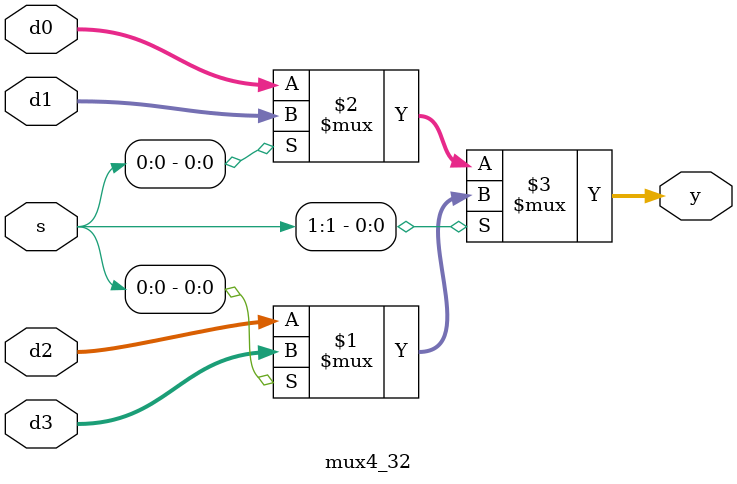
<source format=v>
module mux4_32(
input  [31:0] d0, d1, d2, d3,
input   [1:0] s, 
output [31:0] y);

  assign #10 y = s[1] ? (s[0]? d3 : d2)   // s[1] is 1
                      : (s[0]? d1 : d0);  // s[1] is 0
endmodule

</source>
